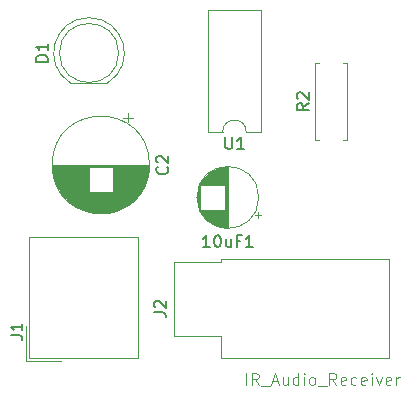
<source format=gbr>
%TF.GenerationSoftware,KiCad,Pcbnew,9.0.2*%
%TF.CreationDate,2025-07-25T11:07:30+05:30*%
%TF.ProjectId,IR_RX,49525f52-582e-46b6-9963-61645f706362,rev?*%
%TF.SameCoordinates,Original*%
%TF.FileFunction,Legend,Top*%
%TF.FilePolarity,Positive*%
%FSLAX46Y46*%
G04 Gerber Fmt 4.6, Leading zero omitted, Abs format (unit mm)*
G04 Created by KiCad (PCBNEW 9.0.2) date 2025-07-25 11:07:30*
%MOMM*%
%LPD*%
G01*
G04 APERTURE LIST*
%ADD10C,0.100000*%
%ADD11C,0.150000*%
%ADD12C,0.120000*%
G04 APERTURE END LIST*
D10*
X131303884Y-127872419D02*
X131303884Y-126872419D01*
X132351502Y-127872419D02*
X132018169Y-127396228D01*
X131780074Y-127872419D02*
X131780074Y-126872419D01*
X131780074Y-126872419D02*
X132161026Y-126872419D01*
X132161026Y-126872419D02*
X132256264Y-126920038D01*
X132256264Y-126920038D02*
X132303883Y-126967657D01*
X132303883Y-126967657D02*
X132351502Y-127062895D01*
X132351502Y-127062895D02*
X132351502Y-127205752D01*
X132351502Y-127205752D02*
X132303883Y-127300990D01*
X132303883Y-127300990D02*
X132256264Y-127348609D01*
X132256264Y-127348609D02*
X132161026Y-127396228D01*
X132161026Y-127396228D02*
X131780074Y-127396228D01*
X132541979Y-127967657D02*
X133303883Y-127967657D01*
X133494360Y-127586704D02*
X133970550Y-127586704D01*
X133399122Y-127872419D02*
X133732455Y-126872419D01*
X133732455Y-126872419D02*
X134065788Y-127872419D01*
X134827693Y-127205752D02*
X134827693Y-127872419D01*
X134399122Y-127205752D02*
X134399122Y-127729561D01*
X134399122Y-127729561D02*
X134446741Y-127824800D01*
X134446741Y-127824800D02*
X134541979Y-127872419D01*
X134541979Y-127872419D02*
X134684836Y-127872419D01*
X134684836Y-127872419D02*
X134780074Y-127824800D01*
X134780074Y-127824800D02*
X134827693Y-127777180D01*
X135732455Y-127872419D02*
X135732455Y-126872419D01*
X135732455Y-127824800D02*
X135637217Y-127872419D01*
X135637217Y-127872419D02*
X135446741Y-127872419D01*
X135446741Y-127872419D02*
X135351503Y-127824800D01*
X135351503Y-127824800D02*
X135303884Y-127777180D01*
X135303884Y-127777180D02*
X135256265Y-127681942D01*
X135256265Y-127681942D02*
X135256265Y-127396228D01*
X135256265Y-127396228D02*
X135303884Y-127300990D01*
X135303884Y-127300990D02*
X135351503Y-127253371D01*
X135351503Y-127253371D02*
X135446741Y-127205752D01*
X135446741Y-127205752D02*
X135637217Y-127205752D01*
X135637217Y-127205752D02*
X135732455Y-127253371D01*
X136208646Y-127872419D02*
X136208646Y-127205752D01*
X136208646Y-126872419D02*
X136161027Y-126920038D01*
X136161027Y-126920038D02*
X136208646Y-126967657D01*
X136208646Y-126967657D02*
X136256265Y-126920038D01*
X136256265Y-126920038D02*
X136208646Y-126872419D01*
X136208646Y-126872419D02*
X136208646Y-126967657D01*
X136827693Y-127872419D02*
X136732455Y-127824800D01*
X136732455Y-127824800D02*
X136684836Y-127777180D01*
X136684836Y-127777180D02*
X136637217Y-127681942D01*
X136637217Y-127681942D02*
X136637217Y-127396228D01*
X136637217Y-127396228D02*
X136684836Y-127300990D01*
X136684836Y-127300990D02*
X136732455Y-127253371D01*
X136732455Y-127253371D02*
X136827693Y-127205752D01*
X136827693Y-127205752D02*
X136970550Y-127205752D01*
X136970550Y-127205752D02*
X137065788Y-127253371D01*
X137065788Y-127253371D02*
X137113407Y-127300990D01*
X137113407Y-127300990D02*
X137161026Y-127396228D01*
X137161026Y-127396228D02*
X137161026Y-127681942D01*
X137161026Y-127681942D02*
X137113407Y-127777180D01*
X137113407Y-127777180D02*
X137065788Y-127824800D01*
X137065788Y-127824800D02*
X136970550Y-127872419D01*
X136970550Y-127872419D02*
X136827693Y-127872419D01*
X137351503Y-127967657D02*
X138113407Y-127967657D01*
X138922931Y-127872419D02*
X138589598Y-127396228D01*
X138351503Y-127872419D02*
X138351503Y-126872419D01*
X138351503Y-126872419D02*
X138732455Y-126872419D01*
X138732455Y-126872419D02*
X138827693Y-126920038D01*
X138827693Y-126920038D02*
X138875312Y-126967657D01*
X138875312Y-126967657D02*
X138922931Y-127062895D01*
X138922931Y-127062895D02*
X138922931Y-127205752D01*
X138922931Y-127205752D02*
X138875312Y-127300990D01*
X138875312Y-127300990D02*
X138827693Y-127348609D01*
X138827693Y-127348609D02*
X138732455Y-127396228D01*
X138732455Y-127396228D02*
X138351503Y-127396228D01*
X139732455Y-127824800D02*
X139637217Y-127872419D01*
X139637217Y-127872419D02*
X139446741Y-127872419D01*
X139446741Y-127872419D02*
X139351503Y-127824800D01*
X139351503Y-127824800D02*
X139303884Y-127729561D01*
X139303884Y-127729561D02*
X139303884Y-127348609D01*
X139303884Y-127348609D02*
X139351503Y-127253371D01*
X139351503Y-127253371D02*
X139446741Y-127205752D01*
X139446741Y-127205752D02*
X139637217Y-127205752D01*
X139637217Y-127205752D02*
X139732455Y-127253371D01*
X139732455Y-127253371D02*
X139780074Y-127348609D01*
X139780074Y-127348609D02*
X139780074Y-127443847D01*
X139780074Y-127443847D02*
X139303884Y-127539085D01*
X140637217Y-127824800D02*
X140541979Y-127872419D01*
X140541979Y-127872419D02*
X140351503Y-127872419D01*
X140351503Y-127872419D02*
X140256265Y-127824800D01*
X140256265Y-127824800D02*
X140208646Y-127777180D01*
X140208646Y-127777180D02*
X140161027Y-127681942D01*
X140161027Y-127681942D02*
X140161027Y-127396228D01*
X140161027Y-127396228D02*
X140208646Y-127300990D01*
X140208646Y-127300990D02*
X140256265Y-127253371D01*
X140256265Y-127253371D02*
X140351503Y-127205752D01*
X140351503Y-127205752D02*
X140541979Y-127205752D01*
X140541979Y-127205752D02*
X140637217Y-127253371D01*
X141446741Y-127824800D02*
X141351503Y-127872419D01*
X141351503Y-127872419D02*
X141161027Y-127872419D01*
X141161027Y-127872419D02*
X141065789Y-127824800D01*
X141065789Y-127824800D02*
X141018170Y-127729561D01*
X141018170Y-127729561D02*
X141018170Y-127348609D01*
X141018170Y-127348609D02*
X141065789Y-127253371D01*
X141065789Y-127253371D02*
X141161027Y-127205752D01*
X141161027Y-127205752D02*
X141351503Y-127205752D01*
X141351503Y-127205752D02*
X141446741Y-127253371D01*
X141446741Y-127253371D02*
X141494360Y-127348609D01*
X141494360Y-127348609D02*
X141494360Y-127443847D01*
X141494360Y-127443847D02*
X141018170Y-127539085D01*
X141922932Y-127872419D02*
X141922932Y-127205752D01*
X141922932Y-126872419D02*
X141875313Y-126920038D01*
X141875313Y-126920038D02*
X141922932Y-126967657D01*
X141922932Y-126967657D02*
X141970551Y-126920038D01*
X141970551Y-126920038D02*
X141922932Y-126872419D01*
X141922932Y-126872419D02*
X141922932Y-126967657D01*
X142303884Y-127205752D02*
X142541979Y-127872419D01*
X142541979Y-127872419D02*
X142780074Y-127205752D01*
X143541979Y-127824800D02*
X143446741Y-127872419D01*
X143446741Y-127872419D02*
X143256265Y-127872419D01*
X143256265Y-127872419D02*
X143161027Y-127824800D01*
X143161027Y-127824800D02*
X143113408Y-127729561D01*
X143113408Y-127729561D02*
X143113408Y-127348609D01*
X143113408Y-127348609D02*
X143161027Y-127253371D01*
X143161027Y-127253371D02*
X143256265Y-127205752D01*
X143256265Y-127205752D02*
X143446741Y-127205752D01*
X143446741Y-127205752D02*
X143541979Y-127253371D01*
X143541979Y-127253371D02*
X143589598Y-127348609D01*
X143589598Y-127348609D02*
X143589598Y-127443847D01*
X143589598Y-127443847D02*
X143113408Y-127539085D01*
X144018170Y-127872419D02*
X144018170Y-127205752D01*
X144018170Y-127396228D02*
X144065789Y-127300990D01*
X144065789Y-127300990D02*
X144113408Y-127253371D01*
X144113408Y-127253371D02*
X144208646Y-127205752D01*
X144208646Y-127205752D02*
X144303884Y-127205752D01*
D11*
X129548095Y-106904819D02*
X129548095Y-107714342D01*
X129548095Y-107714342D02*
X129595714Y-107809580D01*
X129595714Y-107809580D02*
X129643333Y-107857200D01*
X129643333Y-107857200D02*
X129738571Y-107904819D01*
X129738571Y-107904819D02*
X129929047Y-107904819D01*
X129929047Y-107904819D02*
X130024285Y-107857200D01*
X130024285Y-107857200D02*
X130071904Y-107809580D01*
X130071904Y-107809580D02*
X130119523Y-107714342D01*
X130119523Y-107714342D02*
X130119523Y-106904819D01*
X131119523Y-107904819D02*
X130548095Y-107904819D01*
X130833809Y-107904819D02*
X130833809Y-106904819D01*
X130833809Y-106904819D02*
X130738571Y-107047676D01*
X130738571Y-107047676D02*
X130643333Y-107142914D01*
X130643333Y-107142914D02*
X130548095Y-107190533D01*
X128202380Y-116204819D02*
X127630952Y-116204819D01*
X127916666Y-116204819D02*
X127916666Y-115204819D01*
X127916666Y-115204819D02*
X127821428Y-115347676D01*
X127821428Y-115347676D02*
X127726190Y-115442914D01*
X127726190Y-115442914D02*
X127630952Y-115490533D01*
X128821428Y-115204819D02*
X128916666Y-115204819D01*
X128916666Y-115204819D02*
X129011904Y-115252438D01*
X129011904Y-115252438D02*
X129059523Y-115300057D01*
X129059523Y-115300057D02*
X129107142Y-115395295D01*
X129107142Y-115395295D02*
X129154761Y-115585771D01*
X129154761Y-115585771D02*
X129154761Y-115823866D01*
X129154761Y-115823866D02*
X129107142Y-116014342D01*
X129107142Y-116014342D02*
X129059523Y-116109580D01*
X129059523Y-116109580D02*
X129011904Y-116157200D01*
X129011904Y-116157200D02*
X128916666Y-116204819D01*
X128916666Y-116204819D02*
X128821428Y-116204819D01*
X128821428Y-116204819D02*
X128726190Y-116157200D01*
X128726190Y-116157200D02*
X128678571Y-116109580D01*
X128678571Y-116109580D02*
X128630952Y-116014342D01*
X128630952Y-116014342D02*
X128583333Y-115823866D01*
X128583333Y-115823866D02*
X128583333Y-115585771D01*
X128583333Y-115585771D02*
X128630952Y-115395295D01*
X128630952Y-115395295D02*
X128678571Y-115300057D01*
X128678571Y-115300057D02*
X128726190Y-115252438D01*
X128726190Y-115252438D02*
X128821428Y-115204819D01*
X130011904Y-115538152D02*
X130011904Y-116204819D01*
X129583333Y-115538152D02*
X129583333Y-116061961D01*
X129583333Y-116061961D02*
X129630952Y-116157200D01*
X129630952Y-116157200D02*
X129726190Y-116204819D01*
X129726190Y-116204819D02*
X129869047Y-116204819D01*
X129869047Y-116204819D02*
X129964285Y-116157200D01*
X129964285Y-116157200D02*
X130011904Y-116109580D01*
X130821428Y-115681009D02*
X130488095Y-115681009D01*
X130488095Y-116204819D02*
X130488095Y-115204819D01*
X130488095Y-115204819D02*
X130964285Y-115204819D01*
X131869047Y-116204819D02*
X131297619Y-116204819D01*
X131583333Y-116204819D02*
X131583333Y-115204819D01*
X131583333Y-115204819D02*
X131488095Y-115347676D01*
X131488095Y-115347676D02*
X131392857Y-115442914D01*
X131392857Y-115442914D02*
X131297619Y-115490533D01*
X114494819Y-100508094D02*
X113494819Y-100508094D01*
X113494819Y-100508094D02*
X113494819Y-100269999D01*
X113494819Y-100269999D02*
X113542438Y-100127142D01*
X113542438Y-100127142D02*
X113637676Y-100031904D01*
X113637676Y-100031904D02*
X113732914Y-99984285D01*
X113732914Y-99984285D02*
X113923390Y-99936666D01*
X113923390Y-99936666D02*
X114066247Y-99936666D01*
X114066247Y-99936666D02*
X114256723Y-99984285D01*
X114256723Y-99984285D02*
X114351961Y-100031904D01*
X114351961Y-100031904D02*
X114447200Y-100127142D01*
X114447200Y-100127142D02*
X114494819Y-100269999D01*
X114494819Y-100269999D02*
X114494819Y-100508094D01*
X114494819Y-98984285D02*
X114494819Y-99555713D01*
X114494819Y-99269999D02*
X113494819Y-99269999D01*
X113494819Y-99269999D02*
X113637676Y-99365237D01*
X113637676Y-99365237D02*
X113732914Y-99460475D01*
X113732914Y-99460475D02*
X113780533Y-99555713D01*
X123504819Y-121733333D02*
X124219104Y-121733333D01*
X124219104Y-121733333D02*
X124361961Y-121780952D01*
X124361961Y-121780952D02*
X124457200Y-121876190D01*
X124457200Y-121876190D02*
X124504819Y-122019047D01*
X124504819Y-122019047D02*
X124504819Y-122114285D01*
X123600057Y-121304761D02*
X123552438Y-121257142D01*
X123552438Y-121257142D02*
X123504819Y-121161904D01*
X123504819Y-121161904D02*
X123504819Y-120923809D01*
X123504819Y-120923809D02*
X123552438Y-120828571D01*
X123552438Y-120828571D02*
X123600057Y-120780952D01*
X123600057Y-120780952D02*
X123695295Y-120733333D01*
X123695295Y-120733333D02*
X123790533Y-120733333D01*
X123790533Y-120733333D02*
X123933390Y-120780952D01*
X123933390Y-120780952D02*
X124504819Y-121352380D01*
X124504819Y-121352380D02*
X124504819Y-120733333D01*
X136584819Y-104046666D02*
X136108628Y-104379999D01*
X136584819Y-104618094D02*
X135584819Y-104618094D01*
X135584819Y-104618094D02*
X135584819Y-104237142D01*
X135584819Y-104237142D02*
X135632438Y-104141904D01*
X135632438Y-104141904D02*
X135680057Y-104094285D01*
X135680057Y-104094285D02*
X135775295Y-104046666D01*
X135775295Y-104046666D02*
X135918152Y-104046666D01*
X135918152Y-104046666D02*
X136013390Y-104094285D01*
X136013390Y-104094285D02*
X136061009Y-104141904D01*
X136061009Y-104141904D02*
X136108628Y-104237142D01*
X136108628Y-104237142D02*
X136108628Y-104618094D01*
X135680057Y-103665713D02*
X135632438Y-103618094D01*
X135632438Y-103618094D02*
X135584819Y-103522856D01*
X135584819Y-103522856D02*
X135584819Y-103284761D01*
X135584819Y-103284761D02*
X135632438Y-103189523D01*
X135632438Y-103189523D02*
X135680057Y-103141904D01*
X135680057Y-103141904D02*
X135775295Y-103094285D01*
X135775295Y-103094285D02*
X135870533Y-103094285D01*
X135870533Y-103094285D02*
X136013390Y-103141904D01*
X136013390Y-103141904D02*
X136584819Y-103713332D01*
X136584819Y-103713332D02*
X136584819Y-103094285D01*
X124609580Y-109416666D02*
X124657200Y-109464285D01*
X124657200Y-109464285D02*
X124704819Y-109607142D01*
X124704819Y-109607142D02*
X124704819Y-109702380D01*
X124704819Y-109702380D02*
X124657200Y-109845237D01*
X124657200Y-109845237D02*
X124561961Y-109940475D01*
X124561961Y-109940475D02*
X124466723Y-109988094D01*
X124466723Y-109988094D02*
X124276247Y-110035713D01*
X124276247Y-110035713D02*
X124133390Y-110035713D01*
X124133390Y-110035713D02*
X123942914Y-109988094D01*
X123942914Y-109988094D02*
X123847676Y-109940475D01*
X123847676Y-109940475D02*
X123752438Y-109845237D01*
X123752438Y-109845237D02*
X123704819Y-109702380D01*
X123704819Y-109702380D02*
X123704819Y-109607142D01*
X123704819Y-109607142D02*
X123752438Y-109464285D01*
X123752438Y-109464285D02*
X123800057Y-109416666D01*
X123800057Y-109035713D02*
X123752438Y-108988094D01*
X123752438Y-108988094D02*
X123704819Y-108892856D01*
X123704819Y-108892856D02*
X123704819Y-108654761D01*
X123704819Y-108654761D02*
X123752438Y-108559523D01*
X123752438Y-108559523D02*
X123800057Y-108511904D01*
X123800057Y-108511904D02*
X123895295Y-108464285D01*
X123895295Y-108464285D02*
X123990533Y-108464285D01*
X123990533Y-108464285D02*
X124133390Y-108511904D01*
X124133390Y-108511904D02*
X124704819Y-109083332D01*
X124704819Y-109083332D02*
X124704819Y-108464285D01*
X111364819Y-123683333D02*
X112079104Y-123683333D01*
X112079104Y-123683333D02*
X112221961Y-123730952D01*
X112221961Y-123730952D02*
X112317200Y-123826190D01*
X112317200Y-123826190D02*
X112364819Y-123969047D01*
X112364819Y-123969047D02*
X112364819Y-124064285D01*
X112364819Y-122683333D02*
X112364819Y-123254761D01*
X112364819Y-122969047D02*
X111364819Y-122969047D01*
X111364819Y-122969047D02*
X111507676Y-123064285D01*
X111507676Y-123064285D02*
X111602914Y-123159523D01*
X111602914Y-123159523D02*
X111650533Y-123254761D01*
D12*
%TO.C,U1*%
X128060000Y-96170000D02*
X128060000Y-106450000D01*
X128060000Y-106450000D02*
X129310000Y-106450000D01*
X131310000Y-106450000D02*
X132560000Y-106450000D01*
X132560000Y-96170000D02*
X128060000Y-96170000D01*
X132560000Y-106450000D02*
X132560000Y-96170000D01*
X129310000Y-106450000D02*
G75*
G02*
X131310000Y-106450000I1000000J0D01*
G01*
%TO.C,10uF1*%
X127150000Y-112283000D02*
X127150000Y-111717000D01*
X127190000Y-112517000D02*
X127190000Y-111483000D01*
X127230000Y-112677000D02*
X127230000Y-111323000D01*
X127270000Y-112805000D02*
X127270000Y-111195000D01*
X127310000Y-112914000D02*
X127310000Y-111086000D01*
X127350000Y-113011000D02*
X127350000Y-110989000D01*
X127390000Y-113098000D02*
X127390000Y-110902000D01*
X127430000Y-113177000D02*
X127430000Y-110823000D01*
X127470000Y-110960000D02*
X127470000Y-110749000D01*
X127470000Y-113251000D02*
X127470000Y-113040000D01*
X127510000Y-110960000D02*
X127510000Y-110681000D01*
X127510000Y-113319000D02*
X127510000Y-113040000D01*
X127550000Y-110960000D02*
X127550000Y-110617000D01*
X127550000Y-113383000D02*
X127550000Y-113040000D01*
X127590000Y-110960000D02*
X127590000Y-110557000D01*
X127590000Y-113443000D02*
X127590000Y-113040000D01*
X127630000Y-110960000D02*
X127630000Y-110501000D01*
X127630000Y-113499000D02*
X127630000Y-113040000D01*
X127670000Y-110960000D02*
X127670000Y-110447000D01*
X127670000Y-113553000D02*
X127670000Y-113040000D01*
X127710000Y-110960000D02*
X127710000Y-110396000D01*
X127710000Y-113604000D02*
X127710000Y-113040000D01*
X127750000Y-110960000D02*
X127750000Y-110348000D01*
X127750000Y-113652000D02*
X127750000Y-113040000D01*
X127790000Y-110960000D02*
X127790000Y-110301000D01*
X127790000Y-113699000D02*
X127790000Y-113040000D01*
X127830000Y-110960000D02*
X127830000Y-110257000D01*
X127830000Y-113743000D02*
X127830000Y-113040000D01*
X127870000Y-110960000D02*
X127870000Y-110215000D01*
X127870000Y-113785000D02*
X127870000Y-113040000D01*
X127910000Y-110960000D02*
X127910000Y-110175000D01*
X127910000Y-113825000D02*
X127910000Y-113040000D01*
X127950000Y-110960000D02*
X127950000Y-110136000D01*
X127950000Y-113864000D02*
X127950000Y-113040000D01*
X127990000Y-110960000D02*
X127990000Y-110099000D01*
X127990000Y-113901000D02*
X127990000Y-113040000D01*
X128030000Y-110960000D02*
X128030000Y-110064000D01*
X128030000Y-113936000D02*
X128030000Y-113040000D01*
X128070000Y-110960000D02*
X128070000Y-110030000D01*
X128070000Y-113970000D02*
X128070000Y-113040000D01*
X128110000Y-110960000D02*
X128110000Y-109997000D01*
X128110000Y-114003000D02*
X128110000Y-113040000D01*
X128150000Y-110960000D02*
X128150000Y-109965000D01*
X128150000Y-114035000D02*
X128150000Y-113040000D01*
X128190000Y-110960000D02*
X128190000Y-109935000D01*
X128190000Y-114065000D02*
X128190000Y-113040000D01*
X128230000Y-110960000D02*
X128230000Y-109906000D01*
X128230000Y-114094000D02*
X128230000Y-113040000D01*
X128270000Y-110960000D02*
X128270000Y-109878000D01*
X128270000Y-114122000D02*
X128270000Y-113040000D01*
X128310000Y-110960000D02*
X128310000Y-109851000D01*
X128310000Y-114149000D02*
X128310000Y-113040000D01*
X128350000Y-110960000D02*
X128350000Y-109825000D01*
X128350000Y-114175000D02*
X128350000Y-113040000D01*
X128390000Y-110960000D02*
X128390000Y-109801000D01*
X128390000Y-114199000D02*
X128390000Y-113040000D01*
X128430000Y-110960000D02*
X128430000Y-109777000D01*
X128430000Y-114223000D02*
X128430000Y-113040000D01*
X128470000Y-110960000D02*
X128470000Y-109754000D01*
X128470000Y-114246000D02*
X128470000Y-113040000D01*
X128510000Y-110960000D02*
X128510000Y-109732000D01*
X128510000Y-114268000D02*
X128510000Y-113040000D01*
X128550000Y-110960000D02*
X128550000Y-109711000D01*
X128550000Y-114289000D02*
X128550000Y-113040000D01*
X128590000Y-110960000D02*
X128590000Y-109691000D01*
X128590000Y-114309000D02*
X128590000Y-113040000D01*
X128630000Y-110960000D02*
X128630000Y-109671000D01*
X128630000Y-114329000D02*
X128630000Y-113040000D01*
X128670000Y-110960000D02*
X128670000Y-109653000D01*
X128670000Y-114347000D02*
X128670000Y-113040000D01*
X128710000Y-110960000D02*
X128710000Y-109635000D01*
X128710000Y-114365000D02*
X128710000Y-113040000D01*
X128750000Y-110960000D02*
X128750000Y-109618000D01*
X128750000Y-114382000D02*
X128750000Y-113040000D01*
X128790000Y-110960000D02*
X128790000Y-109602000D01*
X128790000Y-114398000D02*
X128790000Y-113040000D01*
X128830000Y-110960000D02*
X128830000Y-109587000D01*
X128830000Y-114413000D02*
X128830000Y-113040000D01*
X128870000Y-110960000D02*
X128870000Y-109572000D01*
X128870000Y-114428000D02*
X128870000Y-113040000D01*
X128910000Y-110960000D02*
X128910000Y-109558000D01*
X128910000Y-114442000D02*
X128910000Y-113040000D01*
X128950000Y-110960000D02*
X128950000Y-109545000D01*
X128950000Y-114455000D02*
X128950000Y-113040000D01*
X128990000Y-110960000D02*
X128990000Y-109533000D01*
X128990000Y-114467000D02*
X128990000Y-113040000D01*
X129030000Y-110960000D02*
X129030000Y-109521000D01*
X129030000Y-114479000D02*
X129030000Y-113040000D01*
X129070000Y-110960000D02*
X129070000Y-109510000D01*
X129070000Y-114490000D02*
X129070000Y-113040000D01*
X129110000Y-110960000D02*
X129110000Y-109499000D01*
X129110000Y-114501000D02*
X129110000Y-113040000D01*
X129150000Y-110960000D02*
X129150000Y-109490000D01*
X129150000Y-114510000D02*
X129150000Y-113040000D01*
X129190000Y-110960000D02*
X129190000Y-109481000D01*
X129190000Y-114519000D02*
X129190000Y-113040000D01*
X129230000Y-110960000D02*
X129230000Y-109472000D01*
X129230000Y-114528000D02*
X129230000Y-113040000D01*
X129270000Y-110960000D02*
X129270000Y-109464000D01*
X129270000Y-114536000D02*
X129270000Y-113040000D01*
X129310000Y-110960000D02*
X129310000Y-109457000D01*
X129310000Y-114543000D02*
X129310000Y-113040000D01*
X129350000Y-110960000D02*
X129350000Y-109451000D01*
X129350000Y-114549000D02*
X129350000Y-113040000D01*
X129390000Y-110960000D02*
X129390000Y-109445000D01*
X129390000Y-114555000D02*
X129390000Y-113040000D01*
X129430000Y-110960000D02*
X129430000Y-109440000D01*
X129430000Y-114560000D02*
X129430000Y-113040000D01*
X129470000Y-110960000D02*
X129470000Y-109435000D01*
X129470000Y-114565000D02*
X129470000Y-113040000D01*
X129510000Y-110960000D02*
X129510000Y-109431000D01*
X129510000Y-114569000D02*
X129510000Y-113040000D01*
X129550000Y-114572000D02*
X129550000Y-109428000D01*
X129590000Y-114575000D02*
X129590000Y-109425000D01*
X129630000Y-114577000D02*
X129630000Y-109423000D01*
X129670000Y-114579000D02*
X129670000Y-109421000D01*
X129710000Y-114580000D02*
X129710000Y-109420000D01*
X129750000Y-114580000D02*
X129750000Y-109420000D01*
X132304775Y-113725000D02*
X132304775Y-113225000D01*
X132554775Y-113475000D02*
X132054775Y-113475000D01*
X132370000Y-112000000D02*
G75*
G02*
X127130000Y-112000000I-2620000J0D01*
G01*
X127130000Y-112000000D02*
G75*
G02*
X132370000Y-112000000I2620000J0D01*
G01*
%TO.C,D1*%
X116455000Y-102330000D02*
X119545000Y-102330000D01*
X116455170Y-102330000D02*
G75*
G02*
X118000000Y-96780000I1544830J2560000D01*
G01*
X118000000Y-96780000D02*
G75*
G02*
X119544830Y-102330000I0J-2990000D01*
G01*
X120500000Y-99770000D02*
G75*
G02*
X115500000Y-99770000I-2500000J0D01*
G01*
X115500000Y-99770000D02*
G75*
G02*
X120500000Y-99770000I2500000J0D01*
G01*
%TO.C,J2*%
X125180000Y-117480000D02*
X129180000Y-117480000D01*
X125180000Y-123720000D02*
X125180000Y-117480000D01*
X129180000Y-117180000D02*
X143420000Y-117180000D01*
X129180000Y-117480000D02*
X129180000Y-117180000D01*
X129180000Y-123720000D02*
X125180000Y-123720000D01*
X129180000Y-125620000D02*
X129180000Y-123720000D01*
X143420000Y-117180000D02*
X143420000Y-125620000D01*
X143420000Y-125620000D02*
X129180000Y-125620000D01*
%TO.C,R2*%
X137130000Y-100610000D02*
X137460000Y-100610000D01*
X137130000Y-107150000D02*
X137130000Y-100610000D01*
X137460000Y-107150000D02*
X137130000Y-107150000D01*
X139540000Y-107150000D02*
X139870000Y-107150000D01*
X139870000Y-100610000D02*
X139540000Y-100610000D01*
X139870000Y-107150000D02*
X139870000Y-100610000D01*
%TO.C,C2*%
X117960000Y-109490000D02*
X114927000Y-109490000D01*
X117960000Y-109530000D02*
X114930000Y-109530000D01*
X117960000Y-109570000D02*
X114932000Y-109570000D01*
X117960000Y-109610000D02*
X114936000Y-109610000D01*
X117960000Y-109650000D02*
X114939000Y-109650000D01*
X117960000Y-109690000D02*
X114944000Y-109690000D01*
X117960000Y-109730000D02*
X114948000Y-109730000D01*
X117960000Y-109770000D02*
X114953000Y-109770000D01*
X117960000Y-109810000D02*
X114958000Y-109810000D01*
X117960000Y-109850000D02*
X114964000Y-109850000D01*
X117960000Y-109890000D02*
X114970000Y-109890000D01*
X117960000Y-109930000D02*
X114977000Y-109930000D01*
X117960000Y-109970000D02*
X114983000Y-109970000D01*
X117960000Y-110010000D02*
X114991000Y-110010000D01*
X117960000Y-110050000D02*
X114998000Y-110050000D01*
X117960000Y-110090000D02*
X115007000Y-110090000D01*
X117960000Y-110130000D02*
X115015000Y-110130000D01*
X117960000Y-110170000D02*
X115024000Y-110170000D01*
X117960000Y-110210000D02*
X115033000Y-110210000D01*
X117960000Y-110250000D02*
X115043000Y-110250000D01*
X117960000Y-110290000D02*
X115053000Y-110290000D01*
X117960000Y-110330000D02*
X115064000Y-110330000D01*
X117960000Y-110370000D02*
X115075000Y-110370000D01*
X117960000Y-110410000D02*
X115087000Y-110410000D01*
X117960000Y-110450000D02*
X115099000Y-110450000D01*
X117960000Y-110490000D02*
X115111000Y-110490000D01*
X117960000Y-110530000D02*
X115124000Y-110530000D01*
X117960000Y-110570000D02*
X115137000Y-110570000D01*
X117960000Y-110610000D02*
X115151000Y-110610000D01*
X117960000Y-110650000D02*
X115165000Y-110650000D01*
X117960000Y-110690000D02*
X115180000Y-110690000D01*
X117960000Y-110730000D02*
X115195000Y-110730000D01*
X117960000Y-110770000D02*
X115211000Y-110770000D01*
X117960000Y-110810000D02*
X115227000Y-110810000D01*
X117960000Y-110850000D02*
X115243000Y-110850000D01*
X117960000Y-110890000D02*
X115260000Y-110890000D01*
X117960000Y-110930000D02*
X115278000Y-110930000D01*
X117960000Y-110970000D02*
X115296000Y-110970000D01*
X117960000Y-111010000D02*
X115315000Y-111010000D01*
X117960000Y-111050000D02*
X115334000Y-111050000D01*
X117960000Y-111090000D02*
X115354000Y-111090000D01*
X117960000Y-111130000D02*
X115374000Y-111130000D01*
X117960000Y-111170000D02*
X115395000Y-111170000D01*
X117960000Y-111210000D02*
X115416000Y-111210000D01*
X117960000Y-111250000D02*
X115438000Y-111250000D01*
X117960000Y-111290000D02*
X115461000Y-111290000D01*
X117960000Y-111330000D02*
X115484000Y-111330000D01*
X117960000Y-111370000D02*
X115507000Y-111370000D01*
X117960000Y-111410000D02*
X115532000Y-111410000D01*
X117960000Y-111450000D02*
X115557000Y-111450000D01*
X117960000Y-111490000D02*
X115582000Y-111490000D01*
X117960000Y-111530000D02*
X115608000Y-111530000D01*
X119533000Y-113330000D02*
X118467000Y-113330000D01*
X119768000Y-113290000D02*
X118232000Y-113290000D01*
X119947000Y-113250000D02*
X118053000Y-113250000D01*
X120097000Y-113210000D02*
X117903000Y-113210000D01*
X120228000Y-113170000D02*
X117772000Y-113170000D01*
X120346000Y-113130000D02*
X117654000Y-113130000D01*
X120453000Y-113090000D02*
X117547000Y-113090000D01*
X120552000Y-113050000D02*
X117448000Y-113050000D01*
X120644000Y-113010000D02*
X117356000Y-113010000D01*
X120731000Y-112970000D02*
X117269000Y-112970000D01*
X120813000Y-112930000D02*
X117187000Y-112930000D01*
X120890000Y-112890000D02*
X117110000Y-112890000D01*
X120964000Y-112850000D02*
X117036000Y-112850000D01*
X121034000Y-112810000D02*
X116966000Y-112810000D01*
X121101000Y-112770000D02*
X116899000Y-112770000D01*
X121165000Y-112730000D02*
X116835000Y-112730000D01*
X121227000Y-112690000D02*
X116773000Y-112690000D01*
X121287000Y-112650000D02*
X116713000Y-112650000D01*
X121315000Y-104840302D02*
X121315000Y-105640302D01*
X121344000Y-112610000D02*
X116656000Y-112610000D01*
X121400000Y-112570000D02*
X116600000Y-112570000D01*
X121453000Y-112530000D02*
X116547000Y-112530000D01*
X121505000Y-112490000D02*
X116495000Y-112490000D01*
X121555000Y-112450000D02*
X116445000Y-112450000D01*
X121604000Y-112410000D02*
X116396000Y-112410000D01*
X121651000Y-112370000D02*
X116349000Y-112370000D01*
X121696000Y-112330000D02*
X116304000Y-112330000D01*
X121715000Y-105240302D02*
X120915000Y-105240302D01*
X121741000Y-112290000D02*
X116259000Y-112290000D01*
X121784000Y-112250000D02*
X116216000Y-112250000D01*
X121826000Y-112210000D02*
X116174000Y-112210000D01*
X121867000Y-112170000D02*
X116133000Y-112170000D01*
X121906000Y-112130000D02*
X116094000Y-112130000D01*
X121945000Y-112090000D02*
X116055000Y-112090000D01*
X121982000Y-112050000D02*
X116018000Y-112050000D01*
X122019000Y-112010000D02*
X115981000Y-112010000D01*
X122055000Y-111970000D02*
X115945000Y-111970000D01*
X122089000Y-111930000D02*
X115911000Y-111930000D01*
X122123000Y-111890000D02*
X115877000Y-111890000D01*
X122156000Y-111850000D02*
X115844000Y-111850000D01*
X122188000Y-111810000D02*
X115812000Y-111810000D01*
X122219000Y-111770000D02*
X115781000Y-111770000D01*
X122250000Y-111730000D02*
X115750000Y-111730000D01*
X122280000Y-111690000D02*
X115720000Y-111690000D01*
X122309000Y-111650000D02*
X115691000Y-111650000D01*
X122337000Y-111610000D02*
X115663000Y-111610000D01*
X122365000Y-111570000D02*
X115635000Y-111570000D01*
X122392000Y-111530000D02*
X120040000Y-111530000D01*
X122418000Y-111490000D02*
X120040000Y-111490000D01*
X122443000Y-111450000D02*
X120040000Y-111450000D01*
X122468000Y-111410000D02*
X120040000Y-111410000D01*
X122493000Y-111370000D02*
X120040000Y-111370000D01*
X122516000Y-111330000D02*
X120040000Y-111330000D01*
X122539000Y-111290000D02*
X120040000Y-111290000D01*
X122562000Y-111250000D02*
X120040000Y-111250000D01*
X122584000Y-111210000D02*
X120040000Y-111210000D01*
X122605000Y-111170000D02*
X120040000Y-111170000D01*
X122626000Y-111130000D02*
X120040000Y-111130000D01*
X122646000Y-111090000D02*
X120040000Y-111090000D01*
X122666000Y-111050000D02*
X120040000Y-111050000D01*
X122685000Y-111010000D02*
X120040000Y-111010000D01*
X122704000Y-110970000D02*
X120040000Y-110970000D01*
X122722000Y-110930000D02*
X120040000Y-110930000D01*
X122740000Y-110890000D02*
X120040000Y-110890000D01*
X122757000Y-110850000D02*
X120040000Y-110850000D01*
X122773000Y-110810000D02*
X120040000Y-110810000D01*
X122789000Y-110770000D02*
X120040000Y-110770000D01*
X122805000Y-110730000D02*
X120040000Y-110730000D01*
X122820000Y-110690000D02*
X120040000Y-110690000D01*
X122835000Y-110650000D02*
X120040000Y-110650000D01*
X122849000Y-110610000D02*
X120040000Y-110610000D01*
X122863000Y-110570000D02*
X120040000Y-110570000D01*
X122876000Y-110530000D02*
X120040000Y-110530000D01*
X122889000Y-110490000D02*
X120040000Y-110490000D01*
X122901000Y-110450000D02*
X120040000Y-110450000D01*
X122913000Y-110410000D02*
X120040000Y-110410000D01*
X122925000Y-110370000D02*
X120040000Y-110370000D01*
X122936000Y-110330000D02*
X120040000Y-110330000D01*
X122947000Y-110290000D02*
X120040000Y-110290000D01*
X122957000Y-110250000D02*
X120040000Y-110250000D01*
X122967000Y-110210000D02*
X120040000Y-110210000D01*
X122976000Y-110170000D02*
X120040000Y-110170000D01*
X122985000Y-110130000D02*
X120040000Y-110130000D01*
X122993000Y-110090000D02*
X120040000Y-110090000D01*
X123002000Y-110050000D02*
X120040000Y-110050000D01*
X123009000Y-110010000D02*
X120040000Y-110010000D01*
X123017000Y-109970000D02*
X120040000Y-109970000D01*
X123023000Y-109930000D02*
X120040000Y-109930000D01*
X123030000Y-109890000D02*
X120040000Y-109890000D01*
X123036000Y-109850000D02*
X120040000Y-109850000D01*
X123042000Y-109810000D02*
X120040000Y-109810000D01*
X123047000Y-109770000D02*
X120040000Y-109770000D01*
X123052000Y-109730000D02*
X120040000Y-109730000D01*
X123056000Y-109690000D02*
X120040000Y-109690000D01*
X123061000Y-109650000D02*
X120040000Y-109650000D01*
X123064000Y-109610000D02*
X120040000Y-109610000D01*
X123068000Y-109570000D02*
X120040000Y-109570000D01*
X123070000Y-109530000D02*
X120040000Y-109530000D01*
X123073000Y-109490000D02*
X120040000Y-109490000D01*
X123075000Y-109450000D02*
X114925000Y-109450000D01*
X123077000Y-109410000D02*
X114923000Y-109410000D01*
X123078000Y-109370000D02*
X114922000Y-109370000D01*
X123079000Y-109330000D02*
X114921000Y-109330000D01*
X123080000Y-109250000D02*
X114920000Y-109250000D01*
X123080000Y-109290000D02*
X114920000Y-109290000D01*
X123120000Y-109250000D02*
G75*
G02*
X114880000Y-109250000I-4120000J0D01*
G01*
X114880000Y-109250000D02*
G75*
G02*
X123120000Y-109250000I4120000J0D01*
G01*
%TO.C,J1*%
X112650000Y-125850000D02*
X112650000Y-122850000D01*
X112890000Y-115390000D02*
X122110000Y-115390000D01*
X112890000Y-125610000D02*
X112890000Y-115390000D01*
X112890000Y-125610000D02*
X122110000Y-125610000D01*
X115650000Y-125850000D02*
X112650000Y-125850000D01*
X122110000Y-125610000D02*
X122110000Y-115390000D01*
%TD*%
M02*

</source>
